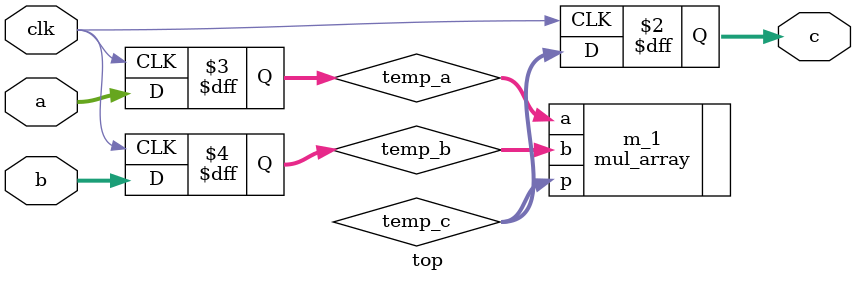
<source format=v>
`timescale 1ns / 1ps


module top #(parameter index=0) (input clk,
input [7:0] a,
input [7:0] b,
output  reg [15:0] c
    );
 reg [7:0] temp_a;
 reg [7:0] temp_b;
 wire [15:0] temp_c;
 mul_array m_1(.a(temp_a),.b(temp_b),.p(temp_c));
 always @(posedge clk)
 begin
    temp_a<=a;
    temp_b<=b;
    c<=temp_c;
 end   
    
endmodule

</source>
